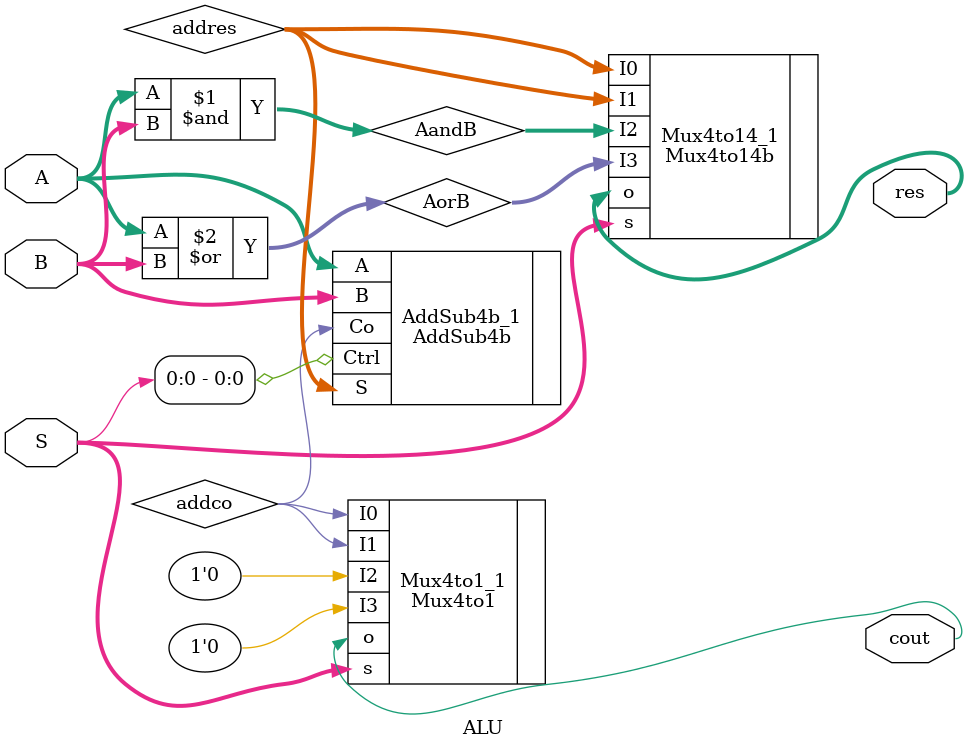
<source format=v>
`timescale 1ns / 1ps


module ALU(
    A,
    B,
    S,
    
    res,
    cout
    );
    
    input[3:0] A;
    input[3:0] B;
    input[1:0] S;
    output[3:0] res;
    output cout;
    
    wire[3:0] AandB;
    wire[3:0] AorB;
    wire[3:0] addres;
    wire addco;
    
    assign AandB = A & B;
    assign AorB = A | B;
    
    AddSub4b AddSub4b_1(
        .Ctrl(S[0]),
        .A(A),
        .B(B),
        .S(addres),
        .Co(addco)
    );
    
    Mux4to14b Mux4to14_1(
        .s(S),
        .I0(addres),
        .I1(addres),
        .I2(AandB),
        .I3(AorB),
        .o(res)
    );
    
    Mux4to1 Mux4to1_1(
        .s(S),
        .I0(addco),
        .I1(addco),
        .I2(1'b0),
        .I3(1'b0),
        .o(cout)
    );
    
endmodule

</source>
